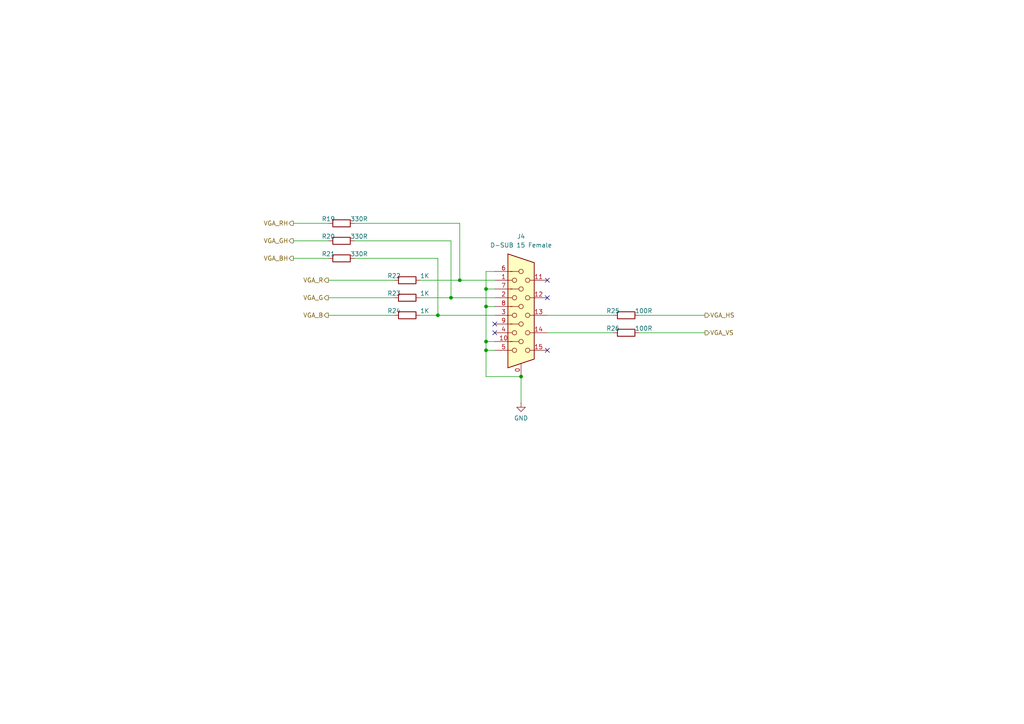
<source format=kicad_sch>
(kicad_sch (version 20250114) (generator "eeschema") (generator_version "9.0")
  (paper "A4")
  (title_block (title "${NAME}") (date "2025-04-30") (rev "${VERSION}") (company "Mikhail Matveev") (comment 1 "https://github.com/rh1tech/echo"))
  (lib_symbols
    (symbol "Device:R" (pin_numbers (hide yes)) (pin_names (offset 0))
      (property "Reference" "R" (at 2.032 0 90))
      (property "Value" "R" (at 0 0 90))
      (symbol "R_0_1"
        (rectangle (start -1.016 -2.54) (end 1.016 2.54) (stroke (width 0.254)))
      )
      (symbol "R_1_1"
        (pin passive line (at 0 3.81 270) (length 1.27) (name "~") (number "1"))
        (pin passive line (at 0 -3.81 90) (length 1.27) (name "~") (number "2"))
      )
    )
    (symbol "FRANK:VGA" (pin_names (offset 1.016) (hide yes))
      (property "Reference" "VGA1" (at 0 22.86 0))
      (property "Value" "VGA" (at 0 20.32 0))
      (symbol "VGA_0_1"
        (polyline (pts (xy -3.81 17.78) (xy -3.81 -15.24) (xy 3.81 -12.7) (xy 3.81 15.24) (xy -3.81 17.78)) (stroke (width 0.254)) (fill (type background)))
        (polyline (pts (xy -3.175 7.62) (xy -0.635 7.62)))
        (circle (center -1.905 10.16) (radius 0.635))
        (circle (center -1.905 5.08) (radius 0.635))
        (circle (center -1.905 0) (radius 0.635))
        (circle (center -1.905 -5.08) (radius 0.635))
        (circle (center -1.905 -10.16) (radius 0.635))
        (polyline (pts (xy -0.635 12.7) (xy -3.175 12.7)))
        (polyline (pts (xy -0.635 2.54) (xy -3.175 2.54)))
        (polyline (pts (xy -0.635 -2.54) (xy -3.175 -2.54)))
        (polyline (pts (xy -0.635 -7.62) (xy -3.175 -7.62)))
        (circle (center 0 12.7) (radius 0.635))
        (circle (center 0 7.62) (radius 0.635))
        (circle (center 0 2.54) (radius 0.635))
        (circle (center 0 -2.54) (radius 0.635))
        (circle (center 0 -7.62) (radius 0.635))
        (circle (center 1.905 10.16) (radius 0.635))
        (circle (center 1.905 5.08) (radius 0.635))
        (circle (center 1.905 0) (radius 0.635))
        (circle (center 1.905 -5.08) (radius 0.635))
        (circle (center 1.905 -10.16) (radius 0.635))
      )
      (symbol "VGA_1_1"
        (pin passive line (at -7.62 12.7 0) (length 5.08) (name "~") (number "6"))
        (pin passive line (at -7.62 10.16 0) (length 5.08) (name "~") (number "1"))
        (pin passive line (at -7.62 7.62 0) (length 5.08) (name "~") (number "7"))
        (pin passive line (at -7.62 5.08 0) (length 5.08) (name "~") (number "2"))
        (pin passive line (at -7.62 2.54 0) (length 5.08) (name "~") (number "8"))
        (pin passive line (at -7.62 0 0) (length 5.08) (name "~") (number "3"))
        (pin passive line (at -7.62 -2.54 0) (length 5.08) (name "~") (number "9"))
        (pin passive line (at -7.62 -5.08 0) (length 5.08) (name "~") (number "4"))
        (pin passive line (at -7.62 -7.62 0) (length 5.08) (name "~") (number "10"))
        (pin passive line (at -7.62 -10.16 0) (length 5.08) (name "~") (number "5"))
        (pin passive line (at 0 -17.78 90) (length 3.81) (name "~") (number "0"))
        (pin passive line (at 7.62 10.16 180) (length 5.08) (name "~") (number "11"))
        (pin passive line (at 7.62 5.08 180) (length 5.08) (name "~") (number "12"))
        (pin passive line (at 7.62 0 180) (length 5.08) (name "~") (number "13"))
        (pin passive line (at 7.62 -5.08 180) (length 5.08) (name "~") (number "14"))
        (pin passive line (at 7.62 -10.16 180) (length 5.08) (name "~") (number "15"))
      )
    )
    (symbol "power:GND" (power) (pin_numbers (hide yes)) (pin_names (offset 0) (hide yes))
      (property "Value" "GND" (at 0 -3.81 0))
      (symbol "GND_0_1"
        (polyline (pts (xy 0 0) (xy 0 -1.27) (xy 1.27 -1.27) (xy 0 -2.54) (xy -1.27 -1.27) (xy 0 -1.27)))
      )
      (symbol "GND_1_1"
        (pin power_in line (at 0 0 270) (length 0) (name "~") (number "1"))
      )
    )
  )
  (junction (at 130.81 86.36))
  (junction (at 151.13 109.22))
  (junction (at 140.97 88.9))
  (junction (at 140.97 99.06))
  (junction (at 140.97 83.82))
  (junction (at 133.35 81.28))
  (junction (at 140.97 101.6))
  (junction (at 127 91.44))
  (no_connect (at 143.51 96.52))
  (no_connect (at 158.75 81.28))
  (no_connect (at 158.75 86.36))
  (no_connect (at 143.51 93.98))
  (no_connect (at 158.75 101.6))
  (wire (pts (xy 158.75 91.44) (xy 177.8 91.44)))
  (wire (pts (xy 151.13 109.22) (xy 140.97 109.22)))
  (wire (pts (xy 95.25 91.44) (xy 114.3 91.44)))
  (wire (pts (xy 102.87 69.85) (xy 130.81 69.85)))
  (wire (pts (xy 95.25 86.36) (xy 114.3 86.36)))
  (wire (pts (xy 158.75 96.52) (xy 177.8 96.52)))
  (wire (pts (xy 85.09 74.93) (xy 95.25 74.93)))
  (wire (pts (xy 130.81 69.85) (xy 130.81 86.36)))
  (wire (pts (xy 140.97 99.06) (xy 140.97 88.9)))
  (wire (pts (xy 140.97 109.22) (xy 140.97 101.6)))
  (wire (pts (xy 121.92 86.36) (xy 130.81 86.36)))
  (wire (pts (xy 140.97 88.9) (xy 143.51 88.9)))
  (wire (pts (xy 185.42 91.44) (xy 204.47 91.44)))
  (wire (pts (xy 140.97 101.6) (xy 143.51 101.6)))
  (wire (pts (xy 121.92 81.28) (xy 133.35 81.28)))
  (wire (pts (xy 140.97 101.6) (xy 140.97 99.06)))
  (wire (pts (xy 121.92 91.44) (xy 127 91.44)))
  (wire (pts (xy 140.97 83.82) (xy 143.51 83.82)))
  (wire (pts (xy 151.13 116.84) (xy 151.13 109.22)))
  (wire (pts (xy 102.87 74.93) (xy 127 74.93)))
  (wire (pts (xy 127 91.44) (xy 143.51 91.44)))
  (wire (pts (xy 95.25 81.28) (xy 114.3 81.28)))
  (wire (pts (xy 102.87 64.77) (xy 133.35 64.77)))
  (wire (pts (xy 140.97 99.06) (xy 143.51 99.06)))
  (wire (pts (xy 140.97 83.82) (xy 140.97 78.74)))
  (wire (pts (xy 140.97 88.9) (xy 140.97 83.82)))
  (wire (pts (xy 140.97 78.74) (xy 143.51 78.74)))
  (wire (pts (xy 133.35 64.77) (xy 133.35 81.28)))
  (wire (pts (xy 133.35 81.28) (xy 143.51 81.28)))
  (wire (pts (xy 85.09 69.85) (xy 95.25 69.85)))
  (wire (pts (xy 130.81 86.36) (xy 143.51 86.36)))
  (wire (pts (xy 185.42 96.52) (xy 204.47 96.52)))
  (wire (pts (xy 127 74.93) (xy 127 91.44)))
  (wire (pts (xy 85.09 64.77) (xy 95.25 64.77)))
  (hierarchical_label "VGA_RH" (shape output) (at 85.09 64.77 180))
  (hierarchical_label "VGA_GH" (shape output) (at 85.09 69.85 180))
  (hierarchical_label "VGA_BH" (shape output) (at 85.09 74.93 180))
  (hierarchical_label "VGA_R" (shape output) (at 95.25 81.28 180))
  (hierarchical_label "VGA_B" (shape output) (at 95.25 91.44 180))
  (hierarchical_label "VGA_HS" (shape output) (at 204.47 91.44 0))
  (hierarchical_label "VGA_G" (shape output) (at 95.25 86.36 180))
  (hierarchical_label "VGA_VS" (shape output) (at 204.47 96.52 0))
  (symbol (lib_id "Device:R") (at 99.06 74.93 90) (unit 1)
    (property "Reference" "R21" (at 95.25 73.66 90))
    (property "Value" "330R" (at 104.14 73.66 90))
    (property "Footprint" "FRANK:Resistor (0805)" (effects (hide yes)))
    (property "Datasheet" "https://www.vishay.com/docs/28952/mcs0402at-mct0603at-mcu0805at-mca1206at.pdf" (effects (hide yes)))
    (property "AliExpress" "https://www.aliexpress.com/item/1005005945735199.html" (effects (hide yes)))
  )
  (symbol (lib_id "Device:R") (at 181.61 96.52 90) (unit 1)
    (property "Reference" "R26" (at 177.8 95.25 90))
    (property "Value" "100R" (at 186.69 95.25 90))
    (property "Footprint" "FRANK:Resistor (0805)" (effects (hide yes)))
    (property "Datasheet" "https://www.vishay.com/docs/28952/mcs0402at-mct0603at-mcu0805at-mca1206at.pdf" (effects (hide yes)))
    (property "AliExpress" "https://www.aliexpress.com/item/1005005945735199.html" (effects (hide yes)))
  )
  (symbol (lib_id "FRANK:VGA") (at 151.13 91.44 0) (unit 1)
    (property "Reference" "J4" (at 151.13 68.58 0))
    (property "Value" "D-SUB 15 Female" (at 151.13 71.12 0))
    (property "Footprint" "FRANK:D-SUB (15 pin, female)" (effects (hide yes)))
    (property "AliExpress" "https://www.aliexpress.com/item/32842951548.html" (effects (hide yes)))
  )
  (symbol (lib_id "Device:R") (at 118.11 86.36 90) (unit 1)
    (property "Reference" "R23" (at 114.3 85.09 90))
    (property "Value" "1K" (at 123.19 85.09 90))
    (property "Footprint" "FRANK:Resistor (0805)" (effects (hide yes)))
    (property "Datasheet" "https://www.vishay.com/docs/28952/mcs0402at-mct0603at-mcu0805at-mca1206at.pdf" (effects (hide yes)))
    (property "AliExpress" "https://www.aliexpress.com/item/1005005945735199.html" (effects (hide yes)))
  )
  (symbol (lib_id "power:GND") (at 151.13 116.84 0) (unit 1)
    (property "Reference" "#PWR042" (effects (hide yes)))
    (property "Value" "GND" (at 151.13 121.2834 0))
    (property "Description" "Power symbol creates a global label with name \"GND\" , ground" (effects (hide yes)))
  )
  (symbol (lib_id "Device:R") (at 118.11 81.28 90) (unit 1)
    (property "Reference" "R22" (at 114.3 80.01 90))
    (property "Value" "1K" (at 123.19 80.01 90))
    (property "Footprint" "FRANK:Resistor (0805)" (effects (hide yes)))
    (property "Datasheet" "https://www.vishay.com/docs/28952/mcs0402at-mct0603at-mcu0805at-mca1206at.pdf" (effects (hide yes)))
    (property "AliExpress" "https://www.aliexpress.com/item/1005005945735199.html" (effects (hide yes)))
  )
  (symbol (lib_id "Device:R") (at 181.61 91.44 90) (unit 1)
    (property "Reference" "R25" (at 177.8 90.17 90))
    (property "Value" "100R" (at 186.69 90.17 90))
    (property "Footprint" "FRANK:Resistor (0805)" (effects (hide yes)))
    (property "Datasheet" "https://www.vishay.com/docs/28952/mcs0402at-mct0603at-mcu0805at-mca1206at.pdf" (effects (hide yes)))
    (property "AliExpress" "https://www.aliexpress.com/item/1005005945735199.html" (effects (hide yes)))
  )
  (symbol (lib_id "Device:R") (at 99.06 69.85 90) (unit 1)
    (property "Reference" "R20" (at 95.25 68.58 90))
    (property "Value" "330R" (at 104.14 68.58 90))
    (property "Footprint" "FRANK:Resistor (0805)" (effects (hide yes)))
    (property "Datasheet" "https://www.vishay.com/docs/28952/mcs0402at-mct0603at-mcu0805at-mca1206at.pdf" (effects (hide yes)))
    (property "AliExpress" "https://www.aliexpress.com/item/1005005945735199.html" (effects (hide yes)))
  )
  (symbol (lib_id "Device:R") (at 99.06 64.77 90) (unit 1)
    (property "Reference" "R19" (at 95.25 63.5 90))
    (property "Value" "330R" (at 104.14 63.5 90))
    (property "Footprint" "FRANK:Resistor (0805)" (effects (hide yes)))
    (property "Datasheet" "https://www.vishay.com/docs/28952/mcs0402at-mct0603at-mcu0805at-mca1206at.pdf" (effects (hide yes)))
    (property "AliExpress" "https://www.aliexpress.com/item/1005005945735199.html" (effects (hide yes)))
  )
  (symbol (lib_id "Device:R") (at 118.11 91.44 90) (unit 1)
    (property "Reference" "R24" (at 114.3 90.17 90))
    (property "Value" "1K" (at 123.19 90.17 90))
    (property "Footprint" "FRANK:Resistor (0805)" (effects (hide yes)))
    (property "Datasheet" "https://www.vishay.com/docs/28952/mcs0402at-mct0603at-mcu0805at-mca1206at.pdf" (effects (hide yes)))
    (property "AliExpress" "https://www.aliexpress.com/item/1005005945735199.html" (effects (hide yes)))
  )
)
</source>
